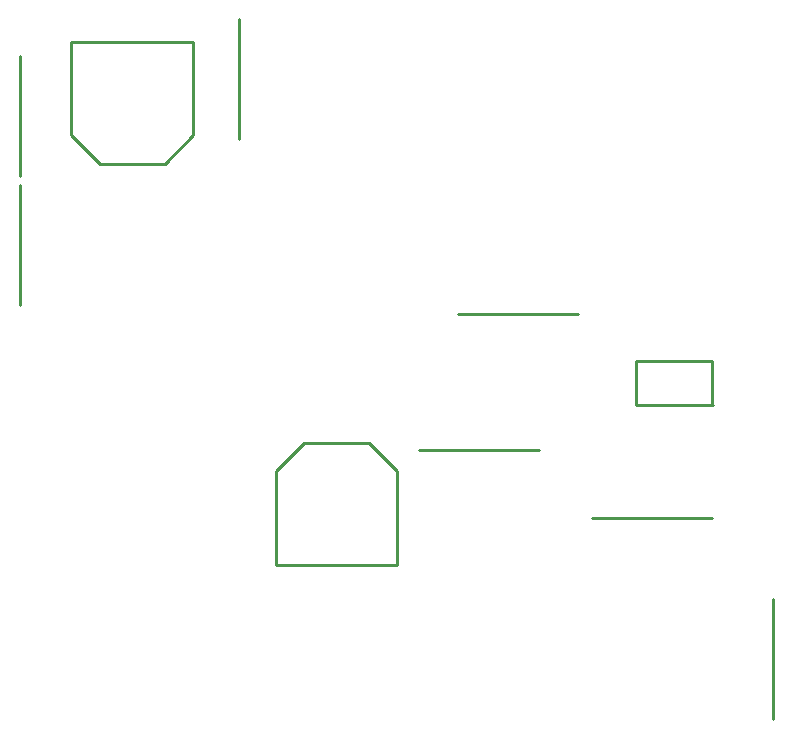
<source format=gbr>
%TF.GenerationSoftware,Altium Limited,Altium Designer,19.1.8 (144)*%
G04 Layer_Color=32768*
%FSLAX26Y26*%
%MOIN*%
%TF.FileFunction,Other,Mechanical_3*%
%TF.Part,Single*%
G01*
G75*
%TA.AperFunction,NonConductor*%
%ADD35C,0.010000*%
D35*
X2339370Y1400394D02*
X2739370D01*
X879134Y1862008D02*
Y2262008D01*
X2209449Y948032D02*
X2609449D01*
X1608071Y1984055D02*
Y2384055D01*
X879134Y1432874D02*
Y1832874D01*
X2784252Y722638D02*
X3184252D01*
X3388583Y51968D02*
Y451969D01*
X2931543Y1244323D02*
X2939543D01*
X2931543Y1097323D02*
Y1244323D01*
Y1097323D02*
X3186543D01*
X3185543Y1098323D02*
X3186543Y1097323D01*
X3185543Y1098323D02*
Y1244323D01*
X2938543D02*
X3185543D01*
X1730315Y565945D02*
X2135827D01*
X1730315D02*
Y876968D01*
X1824803Y971457D01*
X2041339D01*
X2135827Y876968D01*
Y565945D02*
Y876968D01*
X1049213Y2308071D02*
X1454724D01*
Y1997047D02*
Y2308071D01*
X1360236Y1902559D02*
X1454724Y1997047D01*
X1143701Y1902559D02*
X1360236D01*
X1049213Y1997047D02*
X1143701Y1902559D01*
X1049213Y1997047D02*
Y2308071D01*
%TF.MD5,19d35b610b76af1b99e69174d38f33df*%
M02*

</source>
